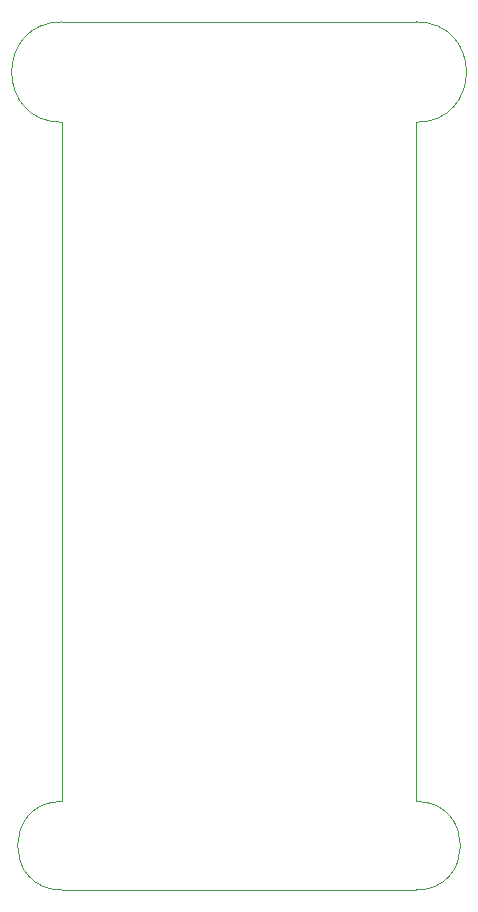
<source format=gbr>
%TF.GenerationSoftware,KiCad,Pcbnew,9.0.0*%
%TF.CreationDate,2025-06-23T21:15:43-05:00*%
%TF.ProjectId,ptSolar,7074536f-6c61-4722-9e6b-696361645f70,rev?*%
%TF.SameCoordinates,Original*%
%TF.FileFunction,Profile,NP*%
%FSLAX46Y46*%
G04 Gerber Fmt 4.6, Leading zero omitted, Abs format (unit mm)*
G04 Created by KiCad (PCBNEW 9.0.0) date 2025-06-23 21:15:43*
%MOMM*%
%LPD*%
G01*
G04 APERTURE LIST*
%TA.AperFunction,Profile*%
%ADD10C,0.050000*%
%TD*%
G04 APERTURE END LIST*
D10*
X167250000Y-67750000D02*
G75*
G02*
X167250000Y-76250000I0J-4250000D01*
G01*
X137250000Y-141250000D02*
G75*
G02*
X137250000Y-133750000I0J3750000D01*
G01*
X137250000Y-67750000D02*
X167250000Y-67750000D01*
X137250000Y-76250000D02*
G75*
G02*
X137250000Y-67750000I0J4250000D01*
G01*
X167250000Y-76250000D02*
X167250000Y-133750325D01*
X167250000Y-141250000D02*
X137250000Y-141250000D01*
X167250000Y-133750325D02*
G75*
G02*
X167250000Y-141249675I0J-3749675D01*
G01*
X137250000Y-133750000D02*
X137250000Y-76250000D01*
M02*

</source>
